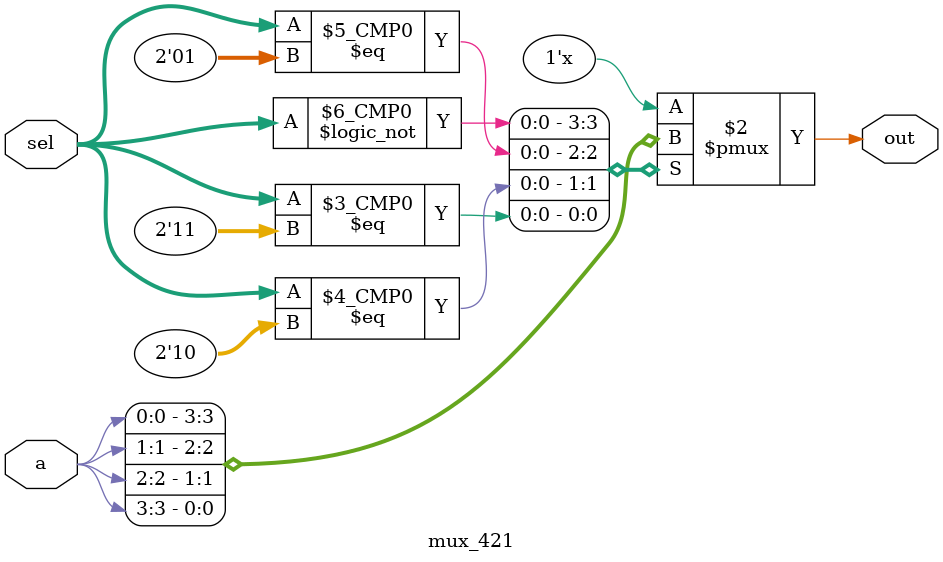
<source format=v>
`timescale 1ns / 1ps


module mux_421(a,sel,out);
input [3:0]a;
output reg out;
input [1:0]sel;

always @(a,sel) begin
    case(sel)
       2'b00: out = a[0];
       2'b01: out = a[1];
       2'b10: out = a[2];
       2'b11: out = a[3];
    endcase
end

endmodule

</source>
